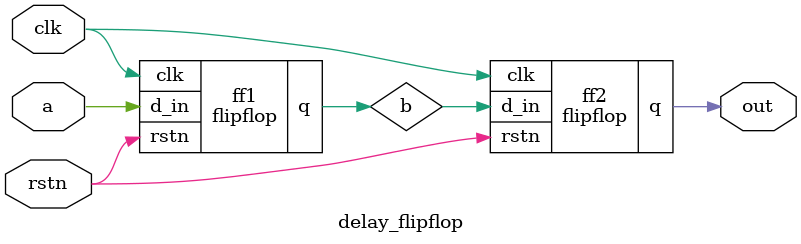
<source format=v>
module flipflop(
    input wire d_in, clk,
    input wire rstn,
    output reg q
);

    always @(posedge clk or negedge rstn) begin
        if (!rstn) begin
            q <= 0;
        end
        else q <= d_in;
    end
endmodule

// delay module

module delay_flipflop(
    input wire a,
    input wire clk,
    input wire rstn,
    output out

);
    wire b;

    flipflop ff1(.d_in(a), .clk(clk), .rstn(rstn), .q(b));
    flipflop ff2(.d_in(b), .clk(clk), .rstn(rstn), .q(out));



endmodule

</source>
